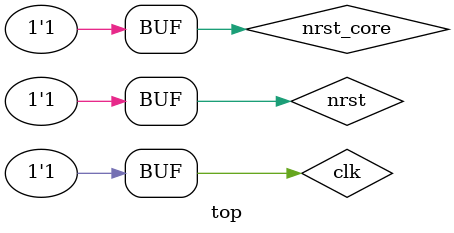
<source format=sv>
module top;

logic nrst;
logic nrst_core;
logic clk;
logic clk_core;
logic clk_debug;

logic DEBUG_SIG;
logic [31:0] DEBUG_addr;
logic [31:0] DEBUG_instr;
logic START;

always 
begin

    clk = 1'b0; 
    #20; // high for 20 * timescale = 20 ns

    clk = 1'b1;
    #20; // low for 20 * timescale = 20 ns
end

assign clk_core = (START == 1'b1) ? clk : 0;
assign clk_debug = (START == 1'b0) ? clk : 0;



initial 
begin 
nrst = 0;
nrst_core = 0;
#10
nrst = 1;
nrst_core = 1;

end

core testCore(
		.DEBUG_SIG(DEBUG_SIG),				//DEBUG Signals from debug module to load a program
		.DEBUG_addr(DEBUG_addr),
		.DEBUG_instr(DEBUG_instr),

		.clk(clk_core),
		.nrst(nrst_core),
		.clk_debug(clk_debug)
	);


debug tesDebug(
	clk_debug,
	nrst,
	

	DEBUG_SIG,				//DEBUG Signals from debug module to load a program
	DEBUG_addr,
	DEBUG_instr,
	START
);

endmodule 

</source>
